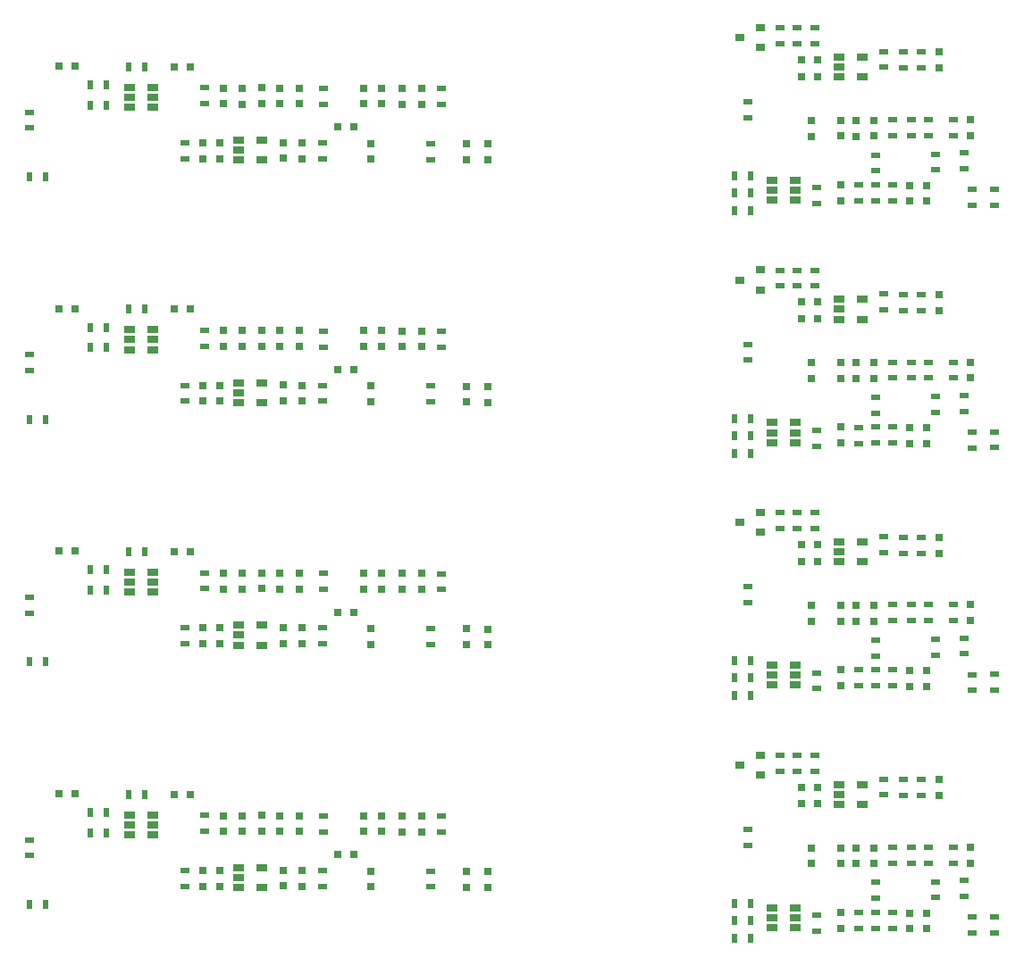
<source format=gbp>
%MOIN*%
%OFA0B0*%
%FSLAX46Y46*%
%IPPOS*%
%LPD*%
%ADD10C,0.0039370078740157488*%
%ADD21C,0.0039370078740157488*%
%ADD22C,0.0039370078740157488*%
%ADD23C,0.0039370078740157488*%
%ADD24C,0.0039370078740157488*%
%ADD25R,0.035433070866141732X0.01968503937007874*%
%ADD26R,0.029527559055118113X0.031496062992125991*%
%ADD27R,0.041732283464566935X0.025590551181102365*%
%ADD28R,0.01968503937007874X0.035433070866141732*%
%ADD29R,0.035433070866141732X0.031496062992125991*%
%ADD30R,0.031496062992125991X0.029527559055118113*%
%ADD31C,0.0039370078740157488*%
%ADD32R,0.035433070866141732X0.01968503937007874*%
%ADD33R,0.029527559055118113X0.031496062992125991*%
%ADD34R,0.041732283464566935X0.025590551181102365*%
%ADD35R,0.01968503937007874X0.035433070866141732*%
%ADD36R,0.035433070866141732X0.031496062992125991*%
%ADD37R,0.031496062992125991X0.029527559055118113*%
%ADD38C,0.0039370078740157488*%
%ADD39R,0.035433070866141732X0.01968503937007874*%
%ADD40R,0.029527559055118113X0.031496062992125991*%
%ADD41R,0.041732283464566935X0.025590551181102365*%
%ADD42R,0.01968503937007874X0.035433070866141732*%
%ADD43R,0.035433070866141732X0.031496062992125991*%
%ADD44R,0.031496062992125991X0.029527559055118113*%
%ADD45C,0.0039370078740157488*%
%ADD46R,0.035433070866141732X0.01968503937007874*%
%ADD47R,0.029527559055118113X0.031496062992125991*%
%ADD48R,0.041732283464566935X0.025590551181102365*%
%ADD49R,0.01968503937007874X0.035433070866141732*%
%ADD50R,0.035433070866141732X0.031496062992125991*%
%ADD51R,0.031496062992125991X0.029527559055118113*%
%ADD52C,0.0039370078740157488*%
%ADD53R,0.01968503937007874X0.035433070866141732*%
%ADD54R,0.031496062992125991X0.029527559055118113*%
%ADD55R,0.029527559055118113X0.031496062992125991*%
%ADD56R,0.035433070866141732X0.01968503937007874*%
%ADD57R,0.041732283464566935X0.025590551181102365*%
%ADD58C,0.0039370078740157488*%
%ADD59R,0.01968503937007874X0.035433070866141732*%
%ADD60R,0.031496062992125991X0.029527559055118113*%
%ADD61R,0.029527559055118113X0.031496062992125991*%
%ADD62R,0.035433070866141732X0.01968503937007874*%
%ADD63R,0.041732283464566935X0.025590551181102365*%
%ADD64C,0.0039370078740157488*%
%ADD65R,0.01968503937007874X0.035433070866141732*%
%ADD66R,0.031496062992125991X0.029527559055118113*%
%ADD67R,0.029527559055118113X0.031496062992125991*%
%ADD68R,0.035433070866141732X0.01968503937007874*%
%ADD69R,0.041732283464566935X0.025590551181102365*%
%ADD70C,0.0039370078740157488*%
%ADD71R,0.01968503937007874X0.035433070866141732*%
%ADD72R,0.031496062992125991X0.029527559055118113*%
%ADD73R,0.029527559055118113X0.031496062992125991*%
%ADD74R,0.035433070866141732X0.01968503937007874*%
%ADD75R,0.041732283464566935X0.025590551181102365*%
G01G01*
D10*
G04 next file*
G04 Gerber Fmt 4.6, Leading zero omitted, Abs format (unit mm)*
G04 Created by KiCad (PCBNEW 4.0.7) date 11/16/17 17:55:08*
G01G01*
G04 APERTURE LIST*
G04 APERTURE END LIST*
D21*
G04 next file*
G04 Gerber Fmt 4.6, Leading zero omitted, Abs format (unit mm)*
G04 Created by KiCad (PCBNEW 4.0.7) date 11/16/17 17:55:08*
G01G01*
G04 APERTURE LIST*
G04 APERTURE END LIST*
D22*
G04 next file*
G04 Gerber Fmt 4.6, Leading zero omitted, Abs format (unit mm)*
G04 Created by KiCad (PCBNEW 4.0.7) date 11/16/17 17:55:08*
G01G01*
G04 APERTURE LIST*
G04 APERTURE END LIST*
D23*
G04 next file*
G04 Gerber Fmt 4.6, Leading zero omitted, Abs format (unit mm)*
G04 Created by KiCad (PCBNEW 4.0.7) date 11/17/17 12:55:05*
G01G01*
G04 APERTURE LIST*
G04 APERTURE END LIST*
D24*
D25*
X0002677165Y0000905511D02*
X0003242716Y0000319291D03*
X0003242716Y0000260236D03*
X0003574803Y0000267322D03*
X0003574803Y0000326377D03*
X0003465354Y0000322047D03*
X0003465354Y0000262992D03*
X0003345275Y0000643700D03*
X0003345275Y0000702755D03*
X0003307937Y0000392125D03*
X0003307937Y0000451181D03*
D26*
X0003370866Y0000205905D03*
X0003370866Y0000146850D03*
X0003596937Y0000392125D03*
X0003596937Y0000451181D03*
X0003480314Y0000643700D03*
X0003480314Y0000702755D03*
X0003235937Y0000389787D03*
X0003235937Y0000448842D03*
D25*
X0003022440Y0000137795D03*
X0003022440Y0000196850D03*
X0003688224Y0000191096D03*
X0003688224Y0000132041D03*
X0003603291Y0000130826D03*
X0003603291Y0000189881D03*
D27*
X0002857086Y0000150787D03*
X0002857086Y0000188188D03*
X0002857086Y0000225590D03*
X0002943700Y0000225590D03*
X0002943700Y0000150787D03*
X0002943700Y0000188188D03*
D25*
X0003412992Y0000702755D03*
X0003412992Y0000643700D03*
X0003375937Y0000451181D03*
X0003375937Y0000392125D03*
X0003440937Y0000392125D03*
X0003440937Y0000451181D03*
X0003532677Y0000451181D03*
X0003532677Y0000392125D03*
X0003017173Y0000794748D03*
X0003017173Y0000735692D03*
X0003274409Y0000705511D03*
X0003274409Y0000646456D03*
X0002885173Y0000735692D03*
X0002885173Y0000794748D03*
X0002951173Y0000794748D03*
X0002951173Y0000735692D03*
X0002767937Y0000517370D03*
X0002767937Y0000458314D03*
D28*
X0002718133Y0000177196D03*
X0002777188Y0000177196D03*
X0002776244Y0000241196D03*
X0002717188Y0000241196D03*
X0002718133Y0000111196D03*
X0002777188Y0000111196D03*
D25*
X0003242716Y0000208251D03*
X0003242716Y0000149196D03*
X0003305716Y0000208251D03*
X0003305716Y0000149196D03*
X0003180716Y0000207251D03*
X0003180716Y0000148196D03*
D29*
X0002814960Y0000795275D03*
X0002814960Y0000720472D03*
X0002736220Y0000757874D03*
D26*
X0003168897Y0000389370D03*
X0003168897Y0000448425D03*
D30*
X0003027267Y0000675685D03*
X0002968212Y0000675685D03*
D26*
X0003114566Y0000448818D03*
X0003114566Y0000389763D03*
X0003001968Y0000389370D03*
X0003001968Y0000448425D03*
X0003114716Y0000149196D03*
X0003114716Y0000208251D03*
X0003434645Y0000205905D03*
X0003434645Y0000146850D03*
D30*
X0003027267Y0000612685D03*
X0002968212Y0000612685D03*
D27*
X0003105511Y0000611023D03*
X0003105511Y0000648425D03*
X0003105511Y0000685826D03*
X0003192125Y0000685826D03*
X0003192125Y0000611023D03*
G04 next file*
G04 Gerber Fmt 4.6, Leading zero omitted, Abs format (unit mm)*
G04 Created by KiCad (PCBNEW 4.0.7) date 11/17/17 12:55:05*
G01G01*
G04 APERTURE LIST*
G04 APERTURE END LIST*
D31*
D32*
X0002677165Y0003622047D02*
X0003242716Y0003035826D03*
X0003242716Y0002976771D03*
X0003574803Y0002983858D03*
X0003574803Y0003042913D03*
X0003465354Y0003038582D03*
X0003465354Y0002979527D03*
X0003345275Y0003360236D03*
X0003345275Y0003419291D03*
X0003307937Y0003108661D03*
X0003307937Y0003167716D03*
D33*
X0003370866Y0002922440D03*
X0003370866Y0002863385D03*
X0003596937Y0003108661D03*
X0003596937Y0003167716D03*
X0003480314Y0003360236D03*
X0003480314Y0003419291D03*
X0003235937Y0003106322D03*
X0003235937Y0003165377D03*
D32*
X0003022440Y0002854330D03*
X0003022440Y0002913385D03*
X0003688224Y0002907631D03*
X0003688224Y0002848576D03*
X0003603291Y0002847362D03*
X0003603291Y0002906417D03*
D34*
X0002857086Y0002867322D03*
X0002857086Y0002904724D03*
X0002857086Y0002942125D03*
X0002943700Y0002942125D03*
X0002943700Y0002867322D03*
X0002943700Y0002904724D03*
D32*
X0003412992Y0003419291D03*
X0003412992Y0003360236D03*
X0003375937Y0003167716D03*
X0003375937Y0003108661D03*
X0003440937Y0003108661D03*
X0003440937Y0003167716D03*
X0003532677Y0003167716D03*
X0003532677Y0003108661D03*
X0003017173Y0003511283D03*
X0003017173Y0003452228D03*
X0003274409Y0003422047D03*
X0003274409Y0003362992D03*
X0002885173Y0003452228D03*
X0002885173Y0003511283D03*
X0002951173Y0003511283D03*
X0002951173Y0003452228D03*
X0002767937Y0003233905D03*
X0002767937Y0003174850D03*
D35*
X0002718133Y0002893732D03*
X0002777188Y0002893732D03*
X0002776244Y0002957732D03*
X0002717188Y0002957732D03*
X0002718133Y0002827732D03*
X0002777188Y0002827732D03*
D32*
X0003242716Y0002924787D03*
X0003242716Y0002865732D03*
X0003305716Y0002924787D03*
X0003305716Y0002865732D03*
X0003180716Y0002923787D03*
X0003180716Y0002864732D03*
D36*
X0002814960Y0003511811D03*
X0002814960Y0003437007D03*
X0002736220Y0003474409D03*
D33*
X0003168897Y0003105905D03*
X0003168897Y0003164960D03*
D37*
X0003027267Y0003392220D03*
X0002968212Y0003392220D03*
D33*
X0003114566Y0003165354D03*
X0003114566Y0003106299D03*
X0003001968Y0003105905D03*
X0003001968Y0003164960D03*
X0003114716Y0002865732D03*
X0003114716Y0002924787D03*
X0003434645Y0002922440D03*
X0003434645Y0002863385D03*
D37*
X0003027267Y0003329220D03*
X0002968212Y0003329220D03*
D34*
X0003105511Y0003327559D03*
X0003105511Y0003364960D03*
X0003105511Y0003402362D03*
X0003192125Y0003402362D03*
X0003192125Y0003327559D03*
G04 next file*
G04 Gerber Fmt 4.6, Leading zero omitted, Abs format (unit mm)*
G04 Created by KiCad (PCBNEW 4.0.7) date 11/17/17 12:55:05*
G01G01*
G04 APERTURE LIST*
G04 APERTURE END LIST*
D38*
D39*
X0002677165Y0002716535D02*
X0003242716Y0002130314D03*
X0003242716Y0002071259D03*
X0003574803Y0002078346D03*
X0003574803Y0002137401D03*
X0003465354Y0002133070D03*
X0003465354Y0002074015D03*
X0003345275Y0002454724D03*
X0003345275Y0002513779D03*
X0003307937Y0002203149D03*
X0003307937Y0002262204D03*
D40*
X0003370866Y0002016929D03*
X0003370866Y0001957874D03*
X0003596937Y0002203149D03*
X0003596937Y0002262204D03*
X0003480314Y0002454724D03*
X0003480314Y0002513779D03*
X0003235937Y0002200811D03*
X0003235937Y0002259866D03*
D39*
X0003022440Y0001948818D03*
X0003022440Y0002007874D03*
X0003688224Y0002002120D03*
X0003688224Y0001943064D03*
X0003603291Y0001941850D03*
X0003603291Y0002000905D03*
D41*
X0002857086Y0001961811D03*
X0002857086Y0001999212D03*
X0002857086Y0002036614D03*
X0002943700Y0002036614D03*
X0002943700Y0001961811D03*
X0002943700Y0001999212D03*
D39*
X0003412992Y0002513779D03*
X0003412992Y0002454724D03*
X0003375937Y0002262204D03*
X0003375937Y0002203149D03*
X0003440937Y0002203149D03*
X0003440937Y0002262204D03*
X0003532677Y0002262204D03*
X0003532677Y0002203149D03*
X0003017173Y0002605771D03*
X0003017173Y0002546716D03*
X0003274409Y0002516535D03*
X0003274409Y0002457480D03*
X0002885173Y0002546716D03*
X0002885173Y0002605771D03*
X0002951173Y0002605771D03*
X0002951173Y0002546716D03*
X0002767937Y0002328393D03*
X0002767937Y0002269338D03*
D42*
X0002718133Y0001988220D03*
X0002777188Y0001988220D03*
X0002776244Y0002052220D03*
X0002717188Y0002052220D03*
X0002718133Y0001922220D03*
X0002777188Y0001922220D03*
D39*
X0003242716Y0002019275D03*
X0003242716Y0001960220D03*
X0003305716Y0002019275D03*
X0003305716Y0001960220D03*
X0003180716Y0002018275D03*
X0003180716Y0001959220D03*
D43*
X0002814960Y0002606299D03*
X0002814960Y0002531496D03*
X0002736220Y0002568897D03*
D40*
X0003168897Y0002200393D03*
X0003168897Y0002259448D03*
D44*
X0003027267Y0002486708D03*
X0002968212Y0002486708D03*
D40*
X0003114566Y0002259842D03*
X0003114566Y0002200787D03*
X0003001968Y0002200393D03*
X0003001968Y0002259448D03*
X0003114716Y0001960220D03*
X0003114716Y0002019275D03*
X0003434645Y0002016929D03*
X0003434645Y0001957874D03*
D44*
X0003027267Y0002423708D03*
X0002968212Y0002423708D03*
D41*
X0003105511Y0002422047D03*
X0003105511Y0002459448D03*
X0003105511Y0002496850D03*
X0003192125Y0002496850D03*
X0003192125Y0002422047D03*
G04 next file*
G04 Gerber Fmt 4.6, Leading zero omitted, Abs format (unit mm)*
G04 Created by KiCad (PCBNEW 4.0.7) date 11/17/17 12:55:05*
G01G01*
G04 APERTURE LIST*
G04 APERTURE END LIST*
D45*
D46*
X0002677165Y0001811023D02*
X0003242716Y0001224803D03*
X0003242716Y0001165748D03*
X0003574803Y0001172834D03*
X0003574803Y0001231889D03*
X0003465354Y0001227559D03*
X0003465354Y0001168503D03*
X0003345275Y0001549212D03*
X0003345275Y0001608267D03*
X0003307937Y0001297637D03*
X0003307937Y0001356692D03*
D47*
X0003370866Y0001111417D03*
X0003370866Y0001052362D03*
X0003596937Y0001297637D03*
X0003596937Y0001356692D03*
X0003480314Y0001549212D03*
X0003480314Y0001608267D03*
X0003235937Y0001295299D03*
X0003235937Y0001354354D03*
D46*
X0003022440Y0001043307D03*
X0003022440Y0001102362D03*
X0003688224Y0001096608D03*
X0003688224Y0001037553D03*
X0003603291Y0001036338D03*
X0003603291Y0001095393D03*
D48*
X0002857086Y0001056299D03*
X0002857086Y0001093700D03*
X0002857086Y0001131102D03*
X0002943700Y0001131102D03*
X0002943700Y0001056299D03*
X0002943700Y0001093700D03*
D46*
X0003412992Y0001608267D03*
X0003412992Y0001549212D03*
X0003375937Y0001356692D03*
X0003375937Y0001297637D03*
X0003440937Y0001297637D03*
X0003440937Y0001356692D03*
X0003532677Y0001356692D03*
X0003532677Y0001297637D03*
X0003017173Y0001700259D03*
X0003017173Y0001641204D03*
X0003274409Y0001611023D03*
X0003274409Y0001551968D03*
X0002885173Y0001641204D03*
X0002885173Y0001700259D03*
X0002951173Y0001700259D03*
X0002951173Y0001641204D03*
X0002767937Y0001422881D03*
X0002767937Y0001363826D03*
D49*
X0002718133Y0001082708D03*
X0002777188Y0001082708D03*
X0002776244Y0001146708D03*
X0002717188Y0001146708D03*
X0002718133Y0001016708D03*
X0002777188Y0001016708D03*
D46*
X0003242716Y0001113763D03*
X0003242716Y0001054708D03*
X0003305716Y0001113763D03*
X0003305716Y0001054708D03*
X0003180716Y0001112763D03*
X0003180716Y0001053708D03*
D50*
X0002814960Y0001700787D03*
X0002814960Y0001625984D03*
X0002736220Y0001663385D03*
D47*
X0003168897Y0001294881D03*
X0003168897Y0001353937D03*
D51*
X0003027267Y0001581196D03*
X0002968212Y0001581196D03*
D47*
X0003114566Y0001354330D03*
X0003114566Y0001295275D03*
X0003001968Y0001294881D03*
X0003001968Y0001353937D03*
X0003114716Y0001054708D03*
X0003114716Y0001113763D03*
X0003434645Y0001111417D03*
X0003434645Y0001052362D03*
D51*
X0003027267Y0001518196D03*
X0002968212Y0001518196D03*
D48*
X0003105511Y0001516535D03*
X0003105511Y0001553937D03*
X0003105511Y0001591338D03*
X0003192125Y0001591338D03*
X0003192125Y0001516535D03*
G04 next file*
G04 Gerber Fmt 4.6, Leading zero omitted, Abs format (unit mm)*
G04 Created by KiCad (PCBNEW 4.0.7) date 11/17/17 14:15:27*
G01G01*
G04 APERTURE LIST*
G04 APERTURE END LIST*
D52*
D53*
X0000000000Y0001811023D02*
X0000086692Y0001142834D03*
X0000145748Y0001142834D03*
D54*
X0001236299Y0001328267D03*
X0001295354Y0001328267D03*
D55*
X0001359921Y0001268031D03*
X0001359921Y0001208976D03*
X0001798110Y0001206220D03*
X0001798110Y0001265275D03*
D54*
X0000255196Y0001556220D03*
X0000196141Y0001556220D03*
X0000628425Y0001553858D03*
X0000687480Y0001553858D03*
D56*
X0000665826Y0001269606D03*
X0000665826Y0001210551D03*
D55*
X0000731968Y0001210944D03*
X0000731968Y0001269999D03*
X0000796535Y0001269606D03*
X0000796535Y0001210551D03*
D57*
X0000866220Y0001205433D03*
X0000866220Y0001242834D03*
X0000866220Y0001280236D03*
X0000952834Y0001280236D03*
X0000952834Y0001205433D03*
D55*
X0001034724Y0001270787D03*
X0001034724Y0001211732D03*
X0001103228Y0001270393D03*
X0001103228Y0001211338D03*
D56*
X0001181574Y0001269606D03*
X0001181574Y0001210551D03*
X0001582362Y0001267244D03*
X0001582362Y0001208188D03*
D55*
X0001715433Y0001207401D03*
X0001715433Y0001266456D03*
D56*
X0001623700Y0001472362D03*
X0001623700Y0001413307D03*
D55*
X0001476456Y0001414488D03*
X0001476456Y0001473543D03*
X0001401653Y0001474330D03*
X0001401653Y0001415275D03*
X0001333543Y0001474330D03*
X0001333543Y0001415275D03*
D56*
X0001184330Y0001413700D03*
X0001184330Y0001472755D03*
D55*
X0001093385Y0001415275D03*
X0001093385Y0001474330D03*
X0000810708Y0001415669D03*
X0000810708Y0001474724D03*
X0001019370Y0001415669D03*
X0001019370Y0001474724D03*
X0000878818Y0001414881D03*
X0000878818Y0001473937D03*
X0000952834Y0001416062D03*
X0000952834Y0001475118D03*
D56*
X0000739055Y0001475511D03*
X0000739055Y0001416456D03*
D53*
X0000516535Y0001554724D03*
X0000457480Y0001554724D03*
D57*
X0000546535Y0001477874D03*
X0000546535Y0001440472D03*
X0000546535Y0001403070D03*
X0000459921Y0001403070D03*
X0000459921Y0001477874D03*
X0000459921Y0001440472D03*
D53*
X0000372125Y0001411338D03*
X0000313070Y0001411338D03*
X0000372125Y0001486535D03*
X0000313070Y0001486535D03*
D56*
X0000085511Y0001384173D03*
X0000085511Y0001325118D03*
D55*
X0001549685Y0001414488D03*
X0001549685Y0001473543D03*
G04 next file*
G04 Gerber Fmt 4.6, Leading zero omitted, Abs format (unit mm)*
G04 Created by KiCad (PCBNEW 4.0.7) date 11/17/17 14:15:27*
G01G01*
G04 APERTURE LIST*
G04 APERTURE END LIST*
D58*
D59*
X0000000000Y0003622047D02*
X0000086692Y0002953858D03*
X0000145748Y0002953858D03*
D60*
X0001236299Y0003139291D03*
X0001295354Y0003139291D03*
D61*
X0001359921Y0003079055D03*
X0001359921Y0003020000D03*
X0001798110Y0003017244D03*
X0001798110Y0003076299D03*
D60*
X0000255196Y0003367244D03*
X0000196141Y0003367244D03*
X0000628425Y0003364881D03*
X0000687480Y0003364881D03*
D62*
X0000665826Y0003080629D03*
X0000665826Y0003021574D03*
D61*
X0000731968Y0003021968D03*
X0000731968Y0003081023D03*
X0000796535Y0003080629D03*
X0000796535Y0003021574D03*
D63*
X0000866220Y0003016456D03*
X0000866220Y0003053858D03*
X0000866220Y0003091259D03*
X0000952834Y0003091259D03*
X0000952834Y0003016456D03*
D61*
X0001034724Y0003081811D03*
X0001034724Y0003022755D03*
X0001103228Y0003081417D03*
X0001103228Y0003022362D03*
D62*
X0001181574Y0003080629D03*
X0001181574Y0003021574D03*
X0001582362Y0003078267D03*
X0001582362Y0003019212D03*
D61*
X0001715433Y0003018425D03*
X0001715433Y0003077480D03*
D62*
X0001623700Y0003283385D03*
X0001623700Y0003224330D03*
D61*
X0001476456Y0003225511D03*
X0001476456Y0003284566D03*
X0001401653Y0003285354D03*
X0001401653Y0003226299D03*
X0001333543Y0003285354D03*
X0001333543Y0003226299D03*
D62*
X0001184330Y0003224724D03*
X0001184330Y0003283779D03*
D61*
X0001093385Y0003226299D03*
X0001093385Y0003285354D03*
X0000810708Y0003226692D03*
X0000810708Y0003285748D03*
X0001019370Y0003226692D03*
X0001019370Y0003285748D03*
X0000878818Y0003225905D03*
X0000878818Y0003284960D03*
X0000952834Y0003227086D03*
X0000952834Y0003286141D03*
D62*
X0000739055Y0003286535D03*
X0000739055Y0003227480D03*
D59*
X0000516535Y0003365748D03*
X0000457480Y0003365748D03*
D63*
X0000546535Y0003288897D03*
X0000546535Y0003251496D03*
X0000546535Y0003214094D03*
X0000459921Y0003214094D03*
X0000459921Y0003288897D03*
X0000459921Y0003251496D03*
D59*
X0000372125Y0003222362D03*
X0000313070Y0003222362D03*
X0000372125Y0003297559D03*
X0000313070Y0003297559D03*
D62*
X0000085511Y0003195196D03*
X0000085511Y0003136141D03*
D61*
X0001549685Y0003225511D03*
X0001549685Y0003284566D03*
G04 next file*
G04 Gerber Fmt 4.6, Leading zero omitted, Abs format (unit mm)*
G04 Created by KiCad (PCBNEW 4.0.7) date 11/17/17 14:15:27*
G01G01*
G04 APERTURE LIST*
G04 APERTURE END LIST*
D64*
D65*
X0000000000Y0000905511D02*
X0000086692Y0000237322D03*
X0000145748Y0000237322D03*
D66*
X0001236299Y0000422755D03*
X0001295354Y0000422755D03*
D67*
X0001359921Y0000362519D03*
X0001359921Y0000303464D03*
X0001798110Y0000300708D03*
X0001798110Y0000359763D03*
D66*
X0000255196Y0000650708D03*
X0000196141Y0000650708D03*
X0000628425Y0000648346D03*
X0000687480Y0000648346D03*
D68*
X0000665826Y0000364094D03*
X0000665826Y0000305039D03*
D67*
X0000731968Y0000305433D03*
X0000731968Y0000364488D03*
X0000796535Y0000364094D03*
X0000796535Y0000305039D03*
D69*
X0000866220Y0000299921D03*
X0000866220Y0000337322D03*
X0000866220Y0000374724D03*
X0000952834Y0000374724D03*
X0000952834Y0000299921D03*
D67*
X0001034724Y0000365275D03*
X0001034724Y0000306220D03*
X0001103228Y0000364881D03*
X0001103228Y0000305826D03*
D68*
X0001181574Y0000364094D03*
X0001181574Y0000305039D03*
X0001582362Y0000361732D03*
X0001582362Y0000302677D03*
D67*
X0001715433Y0000301889D03*
X0001715433Y0000360944D03*
D68*
X0001623700Y0000566850D03*
X0001623700Y0000507795D03*
D67*
X0001476456Y0000508976D03*
X0001476456Y0000568031D03*
X0001401653Y0000568818D03*
X0001401653Y0000509763D03*
X0001333543Y0000568818D03*
X0001333543Y0000509763D03*
D68*
X0001184330Y0000508188D03*
X0001184330Y0000567244D03*
D67*
X0001093385Y0000509763D03*
X0001093385Y0000568818D03*
X0000810708Y0000510157D03*
X0000810708Y0000569212D03*
X0001019370Y0000510157D03*
X0001019370Y0000569212D03*
X0000878818Y0000509370D03*
X0000878818Y0000568425D03*
X0000952834Y0000510551D03*
X0000952834Y0000569606D03*
D68*
X0000739055Y0000570000D03*
X0000739055Y0000510944D03*
D65*
X0000516535Y0000649212D03*
X0000457480Y0000649212D03*
D69*
X0000546535Y0000572362D03*
X0000546535Y0000534960D03*
X0000546535Y0000497559D03*
X0000459921Y0000497559D03*
X0000459921Y0000572362D03*
X0000459921Y0000534960D03*
D65*
X0000372125Y0000505826D03*
X0000313070Y0000505826D03*
X0000372125Y0000581023D03*
X0000313070Y0000581023D03*
D68*
X0000085511Y0000478661D03*
X0000085511Y0000419606D03*
D67*
X0001549685Y0000508976D03*
X0001549685Y0000568031D03*
G04 next file*
G04 Gerber Fmt 4.6, Leading zero omitted, Abs format (unit mm)*
G04 Created by KiCad (PCBNEW 4.0.7) date 11/17/17 14:15:27*
G01G01*
G04 APERTURE LIST*
G04 APERTURE END LIST*
D70*
D71*
X0000000000Y0002716535D02*
X0000086692Y0002048346D03*
X0000145748Y0002048346D03*
D72*
X0001236299Y0002233779D03*
X0001295354Y0002233779D03*
D73*
X0001359921Y0002173543D03*
X0001359921Y0002114488D03*
X0001798110Y0002111732D03*
X0001798110Y0002170787D03*
D72*
X0000255196Y0002461732D03*
X0000196141Y0002461732D03*
X0000628425Y0002459370D03*
X0000687480Y0002459370D03*
D74*
X0000665826Y0002175118D03*
X0000665826Y0002116062D03*
D73*
X0000731968Y0002116456D03*
X0000731968Y0002175511D03*
X0000796535Y0002175118D03*
X0000796535Y0002116062D03*
D75*
X0000866220Y0002110944D03*
X0000866220Y0002148346D03*
X0000866220Y0002185748D03*
X0000952834Y0002185748D03*
X0000952834Y0002110944D03*
D73*
X0001034724Y0002176299D03*
X0001034724Y0002117244D03*
X0001103228Y0002175905D03*
X0001103228Y0002116850D03*
D74*
X0001181574Y0002175118D03*
X0001181574Y0002116062D03*
X0001582362Y0002172755D03*
X0001582362Y0002113700D03*
D73*
X0001715433Y0002112913D03*
X0001715433Y0002171968D03*
D74*
X0001623700Y0002377873D03*
X0001623700Y0002318818D03*
D73*
X0001476456Y0002320000D03*
X0001476456Y0002379055D03*
X0001401653Y0002379842D03*
X0001401653Y0002320787D03*
X0001333543Y0002379842D03*
X0001333543Y0002320787D03*
D74*
X0001184330Y0002319212D03*
X0001184330Y0002378267D03*
D73*
X0001093385Y0002320787D03*
X0001093385Y0002379842D03*
X0000810708Y0002321181D03*
X0000810708Y0002380236D03*
X0001019370Y0002321181D03*
X0001019370Y0002380236D03*
X0000878818Y0002320393D03*
X0000878818Y0002379448D03*
X0000952834Y0002321574D03*
X0000952834Y0002380629D03*
D74*
X0000739055Y0002381023D03*
X0000739055Y0002321968D03*
D71*
X0000516535Y0002460236D03*
X0000457480Y0002460236D03*
D75*
X0000546535Y0002383385D03*
X0000546535Y0002345984D03*
X0000546535Y0002308582D03*
X0000459921Y0002308582D03*
X0000459921Y0002383385D03*
X0000459921Y0002345984D03*
D71*
X0000372125Y0002316850D03*
X0000313070Y0002316850D03*
X0000372125Y0002392047D03*
X0000313070Y0002392047D03*
D74*
X0000085511Y0002289685D03*
X0000085511Y0002230629D03*
D73*
X0001549685Y0002320000D03*
X0001549685Y0002379055D03*
M02*
</source>
